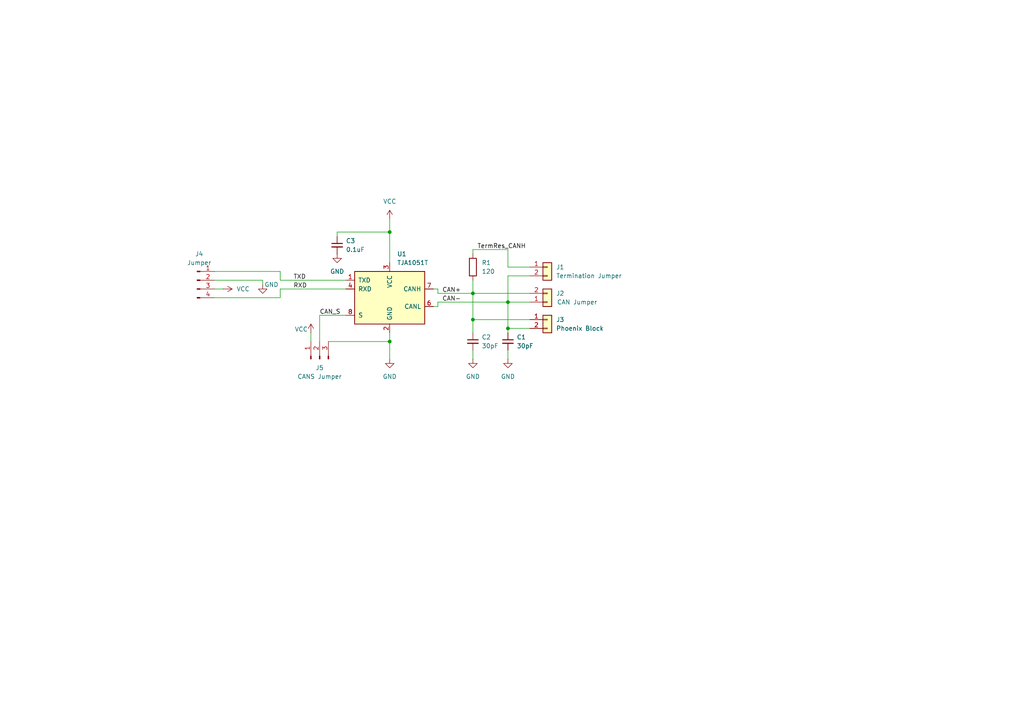
<source format=kicad_sch>
(kicad_sch (version 20250114) (generator "eeschema") (generator_version "9.0")
  (paper "A4")
  (lib_symbols
    (symbol "Connector:Conn_01x03_Pin" (pin_names (offset 1.016) (hide yes))
      (property "Reference" "J" (at 0 5.08 0))
      (property "Value" "Conn_01x03_Pin" (at 0 -5.08 0))
      (symbol "Conn_01x03_Pin_1_1"
        (rectangle (start 0.8636 2.667) (end 0 2.413) (stroke (width 0.1524)) (fill (type outline)))
        (rectangle (start 0.8636 0.127) (end 0 -0.127) (stroke (width 0.1524)) (fill (type outline)))
        (rectangle (start 0.8636 -2.413) (end 0 -2.667) (stroke (width 0.1524)) (fill (type outline)))
        (polyline (pts (xy 1.27 2.54) (xy 0.8636 2.54)) (stroke (width 0.1524)))
        (polyline (pts (xy 1.27 0) (xy 0.8636 0)) (stroke (width 0.1524)))
        (polyline (pts (xy 1.27 -2.54) (xy 0.8636 -2.54)) (stroke (width 0.1524)))
        (pin passive line (at 5.08 2.54 180) (length 3.81) (name "Pin_1") (number "1"))
        (pin passive line (at 5.08 0 180) (length 3.81) (name "Pin_2") (number "2"))
        (pin passive line (at 5.08 -2.54 180) (length 3.81) (name "Pin_3") (number "3"))
      )
    )
    (symbol "Connector:Conn_01x04_Pin" (pin_names (offset 1.016) (hide yes))
      (property "Reference" "J" (at 0 5.08 0))
      (property "Value" "Conn_01x04_Pin" (at 0 -7.62 0))
      (symbol "Conn_01x04_Pin_1_1"
        (rectangle (start 0.8636 2.667) (end 0 2.413) (stroke (width 0.1524)) (fill (type outline)))
        (rectangle (start 0.8636 0.127) (end 0 -0.127) (stroke (width 0.1524)) (fill (type outline)))
        (rectangle (start 0.8636 -2.413) (end 0 -2.667) (stroke (width 0.1524)) (fill (type outline)))
        (rectangle (start 0.8636 -4.953) (end 0 -5.207) (stroke (width 0.1524)) (fill (type outline)))
        (polyline (pts (xy 1.27 2.54) (xy 0.8636 2.54)) (stroke (width 0.1524)))
        (polyline (pts (xy 1.27 0) (xy 0.8636 0)) (stroke (width 0.1524)))
        (polyline (pts (xy 1.27 -2.54) (xy 0.8636 -2.54)) (stroke (width 0.1524)))
        (polyline (pts (xy 1.27 -5.08) (xy 0.8636 -5.08)) (stroke (width 0.1524)))
        (pin passive line (at 5.08 2.54 180) (length 3.81) (name "Pin_1") (number "1"))
        (pin passive line (at 5.08 0 180) (length 3.81) (name "Pin_2") (number "2"))
        (pin passive line (at 5.08 -2.54 180) (length 3.81) (name "Pin_3") (number "3"))
        (pin passive line (at 5.08 -5.08 180) (length 3.81) (name "Pin_4") (number "4"))
      )
    )
    (symbol "Connector_Generic:Conn_01x02" (pin_names (offset 1.016) (hide yes))
      (property "Reference" "J" (at 0 2.54 0))
      (property "Value" "Conn_01x02" (at 0 -5.08 0))
      (symbol "Conn_01x02_1_1"
        (rectangle (start -1.27 1.27) (end 1.27 -3.81) (stroke (width 0.254)) (fill (type background)))
        (rectangle (start -1.27 0.127) (end 0 -0.127) (stroke (width 0.1524)))
        (rectangle (start -1.27 -2.413) (end 0 -2.667) (stroke (width 0.1524)))
        (pin passive line (at -5.08 0 0) (length 3.81) (name "Pin_1") (number "1"))
        (pin passive line (at -5.08 -2.54 0) (length 3.81) (name "Pin_2") (number "2"))
      )
    )
    (symbol "Device:C_Small" (pin_numbers (hide yes)) (pin_names (offset 0.254) (hide yes))
      (property "Reference" "C" (at 0.254 1.778 0))
      (property "Value" "C_Small" (at 0.254 -2.032 0))
      (symbol "C_Small_0_1"
        (polyline (pts (xy -1.524 0.508) (xy 1.524 0.508)) (stroke (width 0.3048)))
        (polyline (pts (xy -1.524 -0.508) (xy 1.524 -0.508)) (stroke (width 0.3302)))
      )
      (symbol "C_Small_1_1"
        (pin passive line (at 0 2.54 270) (length 2.032) (name "~") (number "1"))
        (pin passive line (at 0 -2.54 90) (length 2.032) (name "~") (number "2"))
      )
    )
    (symbol "Device:R" (pin_numbers (hide yes)) (pin_names (offset 0))
      (property "Reference" "R" (at 2.032 0 90))
      (property "Value" "R" (at 0 0 90))
      (symbol "R_0_1"
        (rectangle (start -1.016 -2.54) (end 1.016 2.54) (stroke (width 0.254)))
      )
      (symbol "R_1_1"
        (pin passive line (at 0 3.81 270) (length 1.27) (name "~") (number "1"))
        (pin passive line (at 0 -3.81 90) (length 1.27) (name "~") (number "2"))
      )
    )
    (symbol "Interface_CAN_LIN:TJA1051T" (pin_names (offset 1.016))
      (property "Reference" "U" (at -10.16 8.89 0))
      (property "Value" "TJA1051T" (at 1.27 8.89 0))
      (symbol "TJA1051T_0_1"
        (rectangle (start -10.16 7.62) (end 10.16 -7.62) (stroke (width 0.254)) (fill (type background)))
      )
      (symbol "TJA1051T_1_1"
        (pin input line (at -12.7 5.08 0) (length 2.54) (name "TXD") (number "1"))
        (pin output line (at -12.7 2.54 0) (length 2.54) (name "RXD") (number "4"))
        (pin input line (at -12.7 -5.08 0) (length 2.54) (name "S") (number "8"))
        (pin no_connect line (at -10.16 -2.54 0) (length 2.54) (hide yes) (name "NC") (number "5"))
        (pin power_in line (at 0 10.16 270) (length 2.54) (name "VCC") (number "3"))
        (pin power_in line (at 0 -10.16 90) (length 2.54) (name "GND") (number "2"))
        (pin bidirectional line (at 12.7 2.54 180) (length 2.54) (name "CANH") (number "7"))
        (pin bidirectional line (at 12.7 -2.54 180) (length 2.54) (name "CANL") (number "6"))
      )
    )
    (symbol "power:GND" (power) (pin_numbers (hide yes)) (pin_names (offset 0) (hide yes))
      (property "Value" "GND" (at 0 -3.81 0))
      (symbol "GND_0_1"
        (polyline (pts (xy 0 0) (xy 0 -1.27) (xy 1.27 -1.27) (xy 0 -2.54) (xy -1.27 -1.27) (xy 0 -1.27)))
      )
      (symbol "GND_1_1"
        (pin power_in line (at 0 0 270) (length 0) (name "~") (number "1"))
      )
    )
    (symbol "power:VCC" (power) (pin_numbers (hide yes)) (pin_names (offset 0) (hide yes))
      (property "Value" "VCC" (at 0 3.556 0))
      (symbol "VCC_0_1"
        (polyline (pts (xy -0.762 1.27) (xy 0 2.54)))
        (polyline (pts (xy 0 2.54) (xy 0.762 1.27)))
        (polyline (pts (xy 0 0) (xy 0 2.54)))
      )
      (symbol "VCC_1_1"
        (pin power_in line (at 0 0 90) (length 0) (name "~") (number "1"))
      )
    )
  )
  (junction (at 147.32 95.25))
  (junction (at 113.03 99.06))
  (junction (at 137.16 92.71))
  (junction (at 137.16 85.09))
  (junction (at 147.32 87.63))
  (junction (at 113.03 67.31))
  (wire (pts (xy 147.32 80.01) (xy 147.32 87.63)))
  (wire (pts (xy 62.23 86.36) (xy 81.28 86.36)))
  (wire (pts (xy 153.67 95.25) (xy 147.32 95.25)))
  (wire (pts (xy 127 88.9) (xy 125.73 88.9)))
  (wire (pts (xy 97.79 67.31) (xy 97.79 68.58)))
  (wire (pts (xy 92.71 91.44) (xy 92.71 99.06)))
  (wire (pts (xy 137.16 101.6) (xy 137.16 104.14)))
  (wire (pts (xy 137.16 92.71) (xy 137.16 85.09)))
  (wire (pts (xy 81.28 86.36) (xy 81.28 83.82)))
  (wire (pts (xy 113.03 104.14) (xy 113.03 99.06)))
  (wire (pts (xy 127 87.63) (xy 127 88.9)))
  (wire (pts (xy 92.71 91.44) (xy 100.33 91.44)))
  (wire (pts (xy 153.67 92.71) (xy 137.16 92.71)))
  (wire (pts (xy 137.16 81.28) (xy 137.16 85.09)))
  (wire (pts (xy 147.32 95.25) (xy 147.32 96.52)))
  (wire (pts (xy 153.67 80.01) (xy 147.32 80.01)))
  (wire (pts (xy 62.23 78.74) (xy 81.28 78.74)))
  (wire (pts (xy 147.32 77.47) (xy 153.67 77.47)))
  (wire (pts (xy 137.16 72.39) (xy 137.16 73.66)))
  (wire (pts (xy 147.32 87.63) (xy 153.67 87.63)))
  (wire (pts (xy 81.28 78.74) (xy 81.28 81.28)))
  (wire (pts (xy 127 85.09) (xy 137.16 85.09)))
  (wire (pts (xy 127 83.82) (xy 125.73 83.82)))
  (wire (pts (xy 62.23 83.82) (xy 64.77 83.82)))
  (wire (pts (xy 147.32 101.6) (xy 147.32 104.14)))
  (wire (pts (xy 81.28 81.28) (xy 100.33 81.28)))
  (wire (pts (xy 113.03 67.31) (xy 113.03 76.2)))
  (wire (pts (xy 137.16 92.71) (xy 137.16 96.52)))
  (wire (pts (xy 137.16 72.39) (xy 147.32 72.39)))
  (wire (pts (xy 113.03 96.52) (xy 113.03 99.06)))
  (wire (pts (xy 62.23 81.28) (xy 76.2 81.28)))
  (wire (pts (xy 97.79 67.31) (xy 113.03 67.31)))
  (wire (pts (xy 137.16 85.09) (xy 153.67 85.09)))
  (wire (pts (xy 147.32 87.63) (xy 147.32 95.25)))
  (wire (pts (xy 147.32 72.39) (xy 147.32 77.47)))
  (wire (pts (xy 76.2 81.28) (xy 76.2 82.55)))
  (wire (pts (xy 113.03 63.5) (xy 113.03 67.31)))
  (wire (pts (xy 127 85.09) (xy 127 83.82)))
  (wire (pts (xy 127 87.63) (xy 147.32 87.63)))
  (wire (pts (xy 90.17 99.06) (xy 90.17 96.52)))
  (wire (pts (xy 95.25 99.06) (xy 113.03 99.06)))
  (wire (pts (xy 81.28 83.82) (xy 100.33 83.82)))
  (label "CAN_S" (at 92.71 91.44 0))
  (label "RXD" (at 85.09 83.82 0))
  (label "TXD" (at 85.09 81.28 0))
  (label "TermRes_CANH" (at 138.43 72.39 0))
  (label "CAN+" (at 128.27 85.09 0))
  (label "CAN-" (at 128.27 87.63 0))
  (symbol (lib_id "Device:C_Small") (at 137.16 99.06 0) (unit 1)
    (property "Reference" "C2" (at 139.7 97.7962 0) (effects (justify left)))
    (property "Value" "30pF" (at 139.7 100.3362 0) (effects (justify left)))
    (property "Footprint" "Capacitor_SMD:C_0402_1005Metric" (effects (hide yes)))
    (property "Description" "Unpolarized capacitor, small symbol" (effects (hide yes)))
    (property "MPN" "C466228" (effects (hide yes)))
  )
  (symbol (lib_id "power:GND") (at 113.03 104.14 0) (unit 1)
    (property "Reference" "#PWR01" (effects (hide yes)))
    (property "Value" "GND" (at 113.03 109.22 0))
    (property "Description" "Power symbol creates a global label with name \"GND\" , ground" (effects (hide yes)))
  )
  (symbol (lib_id "Connector_Generic:Conn_01x02") (at 158.75 77.47 0) (unit 1)
    (property "Reference" "J1" (at 161.29 77.4699 0) (effects (justify left)))
    (property "Value" "Termination Jumper" (at 161.29 80.0099 0) (effects (justify left)))
    (property "Footprint" "Connector_PinHeader_2.54mm:PinHeader_1x02_P2.54mm_Vertical" (effects (hide yes)))
    (property "Description" "Generic connector, single row, 01x02, script generated (kicad-library-utils/schlib/autogen/connector/)" (effects (hide yes)))
  )
  (symbol (lib_id "Connector_Generic:Conn_01x02") (at 158.75 87.63 0) (mirror x) (unit 1)
    (property "Reference" "J2" (at 161.29 85.09 0) (effects (justify left)))
    (property "Value" "CAN Jumper" (at 161.544 87.63 0) (effects (justify left)))
    (property "Footprint" "TerminalBlock_Phoenix:TerminalBlock_Phoenix_MKDS-1,5-2-5.08_1x02_P5.08mm_Horizontal" (effects (hide yes)))
    (property "Description" "Generic connector, single row, 01x02, script generated (kicad-library-utils/schlib/autogen/connector/)" (effects (hide yes)))
    (property "MPN" "C474950" (effects (hide yes)))
  )
  (symbol (lib_id "Interface_CAN_LIN:TJA1051T") (at 113.03 86.36 0) (unit 1)
    (property "Reference" "U1" (at 115.1733 73.66 0) (effects (justify left)))
    (property "Value" "TJA1051T" (at 115.1733 76.2 0) (effects (justify left)))
    (property "Footprint" "Package_SO:SOIC-8_3.9x4.9mm_P1.27mm" (effects (hide yes)))
    (property "Datasheet" "http://www.nxp.com/docs/en/data-sheet/TJA1051.pdf" (effects (hide yes)))
    (property "Description" "High-Speed CAN Transceiver, silent mode, SOIC-8" (effects (hide yes)))
    (property "MPN" "C18387" (effects (hide yes)))
  )
  (symbol (lib_id "power:VCC") (at 90.17 96.52 0) (unit 1)
    (property "Reference" "#PWR08" (effects (hide yes)))
    (property "Value" "VCC" (at 87.376 95.504 0))
    (property "Description" "Power symbol creates a global label with name \"VCC\"" (effects (hide yes)))
  )
  (symbol (lib_id "Connector:Conn_01x03_Pin") (at 92.71 104.14 90) (unit 1)
    (property "Reference" "J5" (at 92.71 106.68 90))
    (property "Value" "CANS Jumper" (at 92.71 109.22 90))
    (property "Footprint" "Connector_PinHeader_2.54mm:PinHeader_1x03_P2.54mm_Vertical" (effects (hide yes)))
    (property "Description" "Generic connector, single row, 01x03, script generated" (effects (hide yes)))
  )
  (symbol (lib_id "power:GND") (at 137.16 104.14 0) (unit 1)
    (property "Reference" "#PWR04" (effects (hide yes)))
    (property "Value" "GND" (at 137.16 109.22 0))
    (property "Description" "Power symbol creates a global label with name \"GND\" , ground" (effects (hide yes)))
  )
  (symbol (lib_id "Device:C_Small") (at 97.79 71.12 0) (unit 1)
    (property "Reference" "C3" (at 100.33 69.8562 0) (effects (justify left)))
    (property "Value" "0.1uF" (at 100.33 72.3962 0) (effects (justify left)))
    (property "Footprint" "Capacitor_SMD:C_0402_1005Metric" (effects (hide yes)))
    (property "Description" "Unpolarized capacitor, small symbol" (effects (hide yes)))
    (property "MPN" "C1525" (effects (hide yes)))
  )
  (symbol (lib_id "Device:R") (at 137.16 77.47 0) (unit 1)
    (property "Reference" "R1" (at 139.7 76.1999 0) (effects (justify left)))
    (property "Value" "120" (at 139.7 78.7399 0) (effects (justify left)))
    (property "Footprint" "Resistor_SMD:R_0402_1005Metric" (effects (hide yes)))
    (property "Description" "Resistor" (effects (hide yes)))
    (property "MPN" "C25079" (effects (hide yes)))
  )
  (symbol (lib_id "power:GND") (at 147.32 104.14 0) (unit 1)
    (property "Reference" "#PWR05" (effects (hide yes)))
    (property "Value" "GND" (at 147.32 109.22 0))
    (property "Description" "Power symbol creates a global label with name \"GND\" , ground" (effects (hide yes)))
  )
  (symbol (lib_id "power:GND") (at 76.2 82.55 0) (unit 1)
    (property "Reference" "#PWR06" (effects (hide yes)))
    (property "Value" "GND" (at 78.74 82.55 0))
    (property "Description" "Power symbol creates a global label with name \"GND\" , ground" (effects (hide yes)))
  )
  (symbol (lib_id "power:GND") (at 97.79 73.66 0) (unit 1)
    (property "Reference" "#PWR03" (effects (hide yes)))
    (property "Value" "GND" (at 97.79 78.74 0))
    (property "Description" "Power symbol creates a global label with name \"GND\" , ground" (effects (hide yes)))
  )
  (symbol (lib_id "Device:C_Small") (at 147.32 99.06 0) (unit 1)
    (property "Reference" "C1" (at 149.86 97.7962 0) (effects (justify left)))
    (property "Value" "30pF" (at 149.86 100.3362 0) (effects (justify left)))
    (property "Footprint" "Capacitor_SMD:C_0402_1005Metric" (effects (hide yes)))
    (property "Description" "Unpolarized capacitor, small symbol" (effects (hide yes)))
    (property "MPN" "C466228" (effects (hide yes)))
  )
  (symbol (lib_id "power:VCC") (at 64.77 83.82 270) (unit 1)
    (property "Reference" "#PWR02" (effects (hide yes)))
    (property "Value" "VCC" (at 68.58 83.8199 90) (effects (justify left)))
    (property "Description" "Power symbol creates a global label with name \"VCC\"" (effects (hide yes)))
  )
  (symbol (lib_id "power:VCC") (at 113.03 63.5 0) (unit 1)
    (property "Reference" "#PWR07" (effects (hide yes)))
    (property "Value" "VCC" (at 113.03 58.42 0))
    (property "Description" "Power symbol creates a global label with name \"VCC\"" (effects (hide yes)))
  )
  (symbol (lib_id "Connector:Conn_01x04_Pin") (at 57.15 81.28 0) (unit 1)
    (property "Reference" "J4" (at 57.785 73.66 0))
    (property "Value" "Jumper" (at 57.785 76.2 0))
    (property "Footprint" "Connector_PinHeader_2.54mm:PinHeader_1x04_P2.54mm_Vertical" (effects (hide yes)))
    (property "Description" "Generic connector, single row, 01x04, script generated" (effects (hide yes)))
  )
  (symbol (lib_id "Connector_Generic:Conn_01x02") (at 158.75 92.71 0) (unit 1)
    (property "Reference" "J3" (at 161.29 92.7099 0) (effects (justify left)))
    (property "Value" "Phoenix Block" (at 161.29 95.2499 0) (effects (justify left)))
    (property "Footprint" "Connector_PinHeader_2.54mm:PinHeader_1x02_P2.54mm_Vertical" (effects (hide yes)))
    (property "Description" "Generic connector, single row, 01x02, script generated (kicad-library-utils/schlib/autogen/connector/)" (effects (hide yes)))
  )
)
</source>
